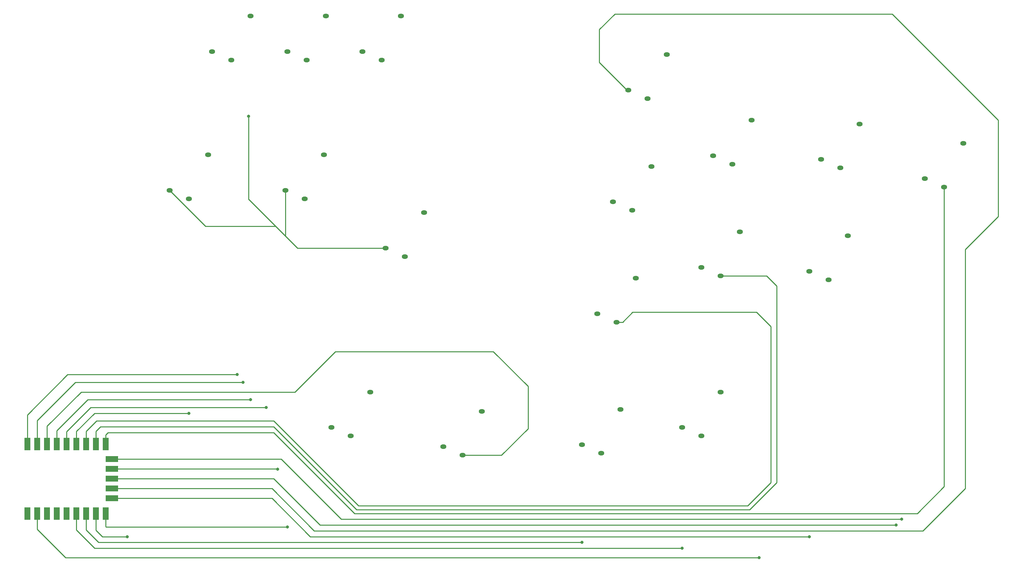
<source format=gbr>
%TF.GenerationSoftware,KiCad,Pcbnew,8.0.4*%
%TF.CreationDate,2024-08-31T11:22:34+09:00*%
%TF.ProjectId,nzx,6e7a782e-6b69-4636-9164-5f7063625858,rev?*%
%TF.SameCoordinates,Original*%
%TF.FileFunction,Copper,L1,Top*%
%TF.FilePolarity,Positive*%
%FSLAX46Y46*%
G04 Gerber Fmt 4.6, Leading zero omitted, Abs format (unit mm)*
G04 Created by KiCad (PCBNEW 8.0.4) date 2024-08-31 11:22:34*
%MOMM*%
%LPD*%
G01*
G04 APERTURE LIST*
%TA.AperFunction,SMDPad,CuDef*%
%ADD10R,1.600000X3.200000*%
%TD*%
%TA.AperFunction,SMDPad,CuDef*%
%ADD11R,3.200000X1.600000*%
%TD*%
%TA.AperFunction,ComponentPad*%
%ADD12O,1.600000X1.200000*%
%TD*%
%TA.AperFunction,ViaPad*%
%ADD13C,0.800000*%
%TD*%
%TA.AperFunction,Conductor*%
%ADD14C,0.250000*%
%TD*%
G04 APERTURE END LIST*
D10*
%TO.P,RZ1,1,GP0*%
%TO.N,Net-(RZ1-GP0)*%
X2565000Y-123000000D03*
%TO.P,RZ1,2,GP1*%
%TO.N,Net-(RZ1-GP1)*%
X5105000Y-123000000D03*
%TO.P,RZ1,3,GP2*%
%TO.N,Net-(RZ1-GP2)*%
X7645000Y-123000000D03*
%TO.P,RZ1,4,GP3*%
%TO.N,Net-(RZ1-GP3)*%
X10185000Y-123000000D03*
%TO.P,RZ1,5,GP4*%
%TO.N,Net-(RZ1-GP4)*%
X12725000Y-123000000D03*
%TO.P,RZ1,6,GP5*%
%TO.N,Net-(RZ1-GP5)*%
X15265000Y-123000000D03*
%TO.P,RZ1,7,GP6*%
%TO.N,Net-(RZ1-GP6)*%
X17805000Y-123000000D03*
%TO.P,RZ1,8,GP7*%
%TO.N,Net-(RZ1-GP7)*%
X20345000Y-123000000D03*
%TO.P,RZ1,9,GP8*%
%TO.N,Net-(RZ1-GP8)*%
X22885000Y-123000000D03*
D11*
%TO.P,RZ1,10,GP9*%
%TO.N,Net-(RZ1-GP9)*%
X24475000Y-126920000D03*
%TO.P,RZ1,11,GP10*%
%TO.N,Net-(RZ1-GP10)*%
X24475000Y-129460000D03*
%TO.P,RZ1,12,GP11*%
%TO.N,Net-(RZ1-GP11)*%
X24475000Y-132000000D03*
%TO.P,RZ1,13,GP12*%
%TO.N,Net-(RZ1-GP12)*%
X24475000Y-134540000D03*
%TO.P,RZ1,14,GP13*%
%TO.N,Net-(RZ1-GP13)*%
X24475000Y-137080000D03*
D10*
%TO.P,RZ1,15,GP14*%
%TO.N,Net-(RZ1-GP14)*%
X22885000Y-141000000D03*
%TO.P,RZ1,16,GP15*%
%TO.N,Net-(RZ1-GP15)*%
X20345000Y-141000000D03*
%TO.P,RZ1,17,GP26*%
%TO.N,Net-(RZ1-GP26)*%
X17805000Y-141000000D03*
%TO.P,RZ1,18,GP27*%
%TO.N,Net-(RZ1-GP27)*%
X15265000Y-141000000D03*
%TO.P,RZ1,19,GP28*%
%TO.N,unconnected-(RZ1-GP28-Pad19)*%
X12725000Y-141000000D03*
%TO.P,RZ1,20,GP29*%
%TO.N,unconnected-(RZ1-GP29-Pad20)*%
X10185000Y-141000000D03*
%TO.P,RZ1,21,3V3*%
%TO.N,unconnected-(RZ1-3V3-Pad21)*%
X7645000Y-141000000D03*
%TO.P,RZ1,22,5V*%
%TO.N,unconnected-(RZ1-5V-Pad22)*%
X2565000Y-141000000D03*
%TO.P,RZ1,23,GND*%
%TO.N,Net-(RZ1-GND)*%
X5105000Y-141000000D03*
%TD*%
D12*
%TO.P,B1(A)1,1,1*%
%TO.N,Net-(RZ1-GND)*%
X150500000Y-89200000D03*
%TO.P,B1(A)1,2,2*%
%TO.N,Net-(RZ1-GP6)*%
X155500000Y-91400000D03*
%TO.P,B1(A)1,MP*%
%TO.N,N/C*%
X160500000Y-80000000D03*
%TD*%
%TO.P,LEFT1,1,1*%
%TO.N,Net-(RZ1-GND)*%
X39500000Y-57200000D03*
%TO.P,LEFT1,2,2*%
%TO.N,Net-(RZ1-GP5)*%
X44500000Y-59400000D03*
%TO.P,LEFT1,MP*%
%TO.N,N/C*%
X49500000Y-48000000D03*
%TD*%
%TO.P,RIGHT1,1,1*%
%TO.N,Net-(RZ1-GND)*%
X95500000Y-72200000D03*
%TO.P,RIGHT1,2,2*%
%TO.N,Net-(RZ1-GP4)*%
X100500000Y-74400000D03*
%TO.P,RIGHT1,MP*%
%TO.N,N/C*%
X105500000Y-63000000D03*
%TD*%
%TO.P,L1(L)1,1,1*%
%TO.N,Net-(RZ1-GP13)*%
X205500000Y-78200000D03*
%TO.P,L1(L)1,2,2*%
%TO.N,Net-(RZ1-GND)*%
X210500000Y-80400000D03*
%TO.P,L1(L)1,MP*%
%TO.N,N/C*%
X215500000Y-69000000D03*
%TD*%
%TO.P,B2(B)1,1,1*%
%TO.N,Net-(RZ1-GND)*%
X177500000Y-77200000D03*
%TO.P,B2(B)1,2,2*%
%TO.N,Net-(RZ1-GP7)*%
X182500000Y-79400000D03*
%TO.P,B2(B)1,MP*%
%TO.N,N/C*%
X187500000Y-68000000D03*
%TD*%
%TO.P,S2(START)1,1,1*%
%TO.N,Net-(RZ1-GND)*%
X89500000Y-21200000D03*
%TO.P,S2(START)1,2,2*%
%TO.N,Net-(RZ1-GP1)*%
X94500000Y-23400000D03*
%TO.P,S2(START)1,MP*%
%TO.N,N/C*%
X99500000Y-12000000D03*
%TD*%
%TO.P,L2(LB)1,1,1*%
%TO.N,Net-(RZ1-GND)*%
X208510000Y-49200000D03*
%TO.P,L2(LB)1,2,2*%
%TO.N,Net-(RZ1-GP9)*%
X213510000Y-51400000D03*
%TO.P,L2(LB)1,MP*%
%TO.N,N/C*%
X218510000Y-40000000D03*
%TD*%
%TO.P,DOWN1,1,1*%
%TO.N,Net-(RZ1-GND)*%
X69500000Y-57200000D03*
%TO.P,DOWN1,2,2*%
%TO.N,Net-(RZ1-GP3)*%
X74500000Y-59400000D03*
%TO.P,DOWN1,MP*%
%TO.N,N/C*%
X79500000Y-48000000D03*
%TD*%
%TO.P,S1(BACK)1,1,1*%
%TO.N,Net-(RZ1-GND)*%
X70000000Y-21200000D03*
%TO.P,S1(BACK)1,2,2*%
%TO.N,Net-(RZ1-GP0)*%
X75000000Y-23400000D03*
%TO.P,S1(BACK)1,MP*%
%TO.N,N/C*%
X80000000Y-12000000D03*
%TD*%
%TO.P,A2(CAPTURE)1,1,1*%
%TO.N,Net-(RZ1-GP15)*%
X50500000Y-21200000D03*
%TO.P,A2(CAPTURE)1,2,2*%
%TO.N,Net-(RZ1-GND)*%
X55500000Y-23400000D03*
%TO.P,A2(CAPTURE)1,MP*%
%TO.N,N/C*%
X60500000Y-12000000D03*
%TD*%
%TO.P,B4(Y)1,1,1*%
%TO.N,Net-(RZ1-GP11)*%
X180500000Y-48200000D03*
%TO.P,B4(Y)1,2,2*%
%TO.N,Net-(RZ1-GND)*%
X185500000Y-50400000D03*
%TO.P,B4(Y)1,MP*%
%TO.N,N/C*%
X190500000Y-39000000D03*
%TD*%
%TO.P,UP1,1,1*%
%TO.N,Net-(RZ1-GND)*%
X110500000Y-123700000D03*
%TO.P,UP1,2,2*%
%TO.N,Net-(RZ1-GP2)*%
X115500000Y-125900000D03*
%TO.P,UP1,MP*%
%TO.N,N/C*%
X120500000Y-114500000D03*
%TD*%
%TO.P,R3(RS)1,1,1*%
%TO.N,Net-(RZ1-GP27)*%
X172500000Y-118700000D03*
%TO.P,R3(RS)1,2,2*%
%TO.N,Net-(RZ1-GND)*%
X177500000Y-120900000D03*
%TO.P,R3(RS)1,MP*%
%TO.N,N/C*%
X182500000Y-109500000D03*
%TD*%
%TO.P,R1(R)1,1,1*%
%TO.N,Net-(RZ1-GP12)*%
X158500000Y-31200000D03*
%TO.P,R1(R)1,2,2*%
%TO.N,Net-(RZ1-GND)*%
X163500000Y-33400000D03*
%TO.P,R1(R)1,MP*%
%TO.N,N/C*%
X168500000Y-22000000D03*
%TD*%
%TO.P,A1(GUIDE)1,1,1*%
%TO.N,Net-(RZ1-GP14)*%
X81500000Y-118700000D03*
%TO.P,A1(GUIDE)1,2,2*%
%TO.N,Net-(RZ1-GND)*%
X86500000Y-120900000D03*
%TO.P,A1(GUIDE)1,MP*%
%TO.N,N/C*%
X91500000Y-109500000D03*
%TD*%
%TO.P,L3(LS)1,1,1*%
%TO.N,Net-(RZ1-GP26)*%
X146500000Y-123200000D03*
%TO.P,L3(LS)1,2,2*%
%TO.N,Net-(RZ1-GND)*%
X151500000Y-125400000D03*
%TO.P,L3(LS)1,MP*%
%TO.N,N/C*%
X156500000Y-114000000D03*
%TD*%
%TO.P,R2(RB)1,1,1*%
%TO.N,Net-(RZ1-GND)*%
X235500000Y-54200000D03*
%TO.P,R2(RB)1,2,2*%
%TO.N,Net-(RZ1-GP8)*%
X240500000Y-56400000D03*
%TO.P,R2(RB)1,MP*%
%TO.N,N/C*%
X245500000Y-45000000D03*
%TD*%
%TO.P,B3(X)1,1,1*%
%TO.N,Net-(RZ1-GP10)*%
X154500000Y-60200000D03*
%TO.P,B3(X)1,2,2*%
%TO.N,Net-(RZ1-GND)*%
X159500000Y-62400000D03*
%TO.P,B3(X)1,MP*%
%TO.N,N/C*%
X164500000Y-51000000D03*
%TD*%
D13*
%TO.N,Net-(RZ1-GP0)*%
X57000000Y-105000000D03*
%TO.N,Net-(RZ1-GP14)*%
X70000000Y-144500000D03*
%TO.N,Net-(RZ1-GND)*%
X192500000Y-152500000D03*
X60000000Y-38000000D03*
%TO.N,Net-(RZ1-GP15)*%
X28500000Y-147000000D03*
%TO.N,Net-(RZ1-GP10)*%
X67500000Y-129500000D03*
%TO.N,Net-(RZ1-GP11)*%
X228000000Y-144000000D03*
%TO.N,Net-(RZ1-GP3)*%
X60500000Y-111500000D03*
%TO.N,Net-(RZ1-GP13)*%
X205500000Y-147000000D03*
%TO.N,Net-(RZ1-GP9)*%
X229500000Y-142500000D03*
%TO.N,Net-(RZ1-GP26)*%
X146500000Y-148500000D03*
%TO.N,Net-(RZ1-GP5)*%
X44500000Y-115000000D03*
%TO.N,Net-(RZ1-GP27)*%
X172500000Y-150000000D03*
%TO.N,Net-(RZ1-GP4)*%
X64500000Y-113500000D03*
%TO.N,Net-(RZ1-GP1)*%
X58500000Y-107000000D03*
%TD*%
D14*
%TO.N,Net-(RZ1-GP0)*%
X57000000Y-105000000D02*
X13000000Y-105000000D01*
X2565000Y-115435000D02*
X2565000Y-123000000D01*
X13000000Y-105000000D02*
X2565000Y-115435000D01*
%TO.N,Net-(RZ1-GP14)*%
X22885000Y-144385000D02*
X22885000Y-141000000D01*
X23000000Y-144500000D02*
X22885000Y-144385000D01*
X70000000Y-144500000D02*
X23000000Y-144500000D01*
%TO.N,Net-(RZ1-GND)*%
X192500000Y-152500000D02*
X12500000Y-152500000D01*
X39500000Y-57200000D02*
X48800000Y-66500000D01*
X69500000Y-57200000D02*
X69500000Y-69000000D01*
X60000000Y-59550000D02*
X60050000Y-59550000D01*
X5105000Y-145105000D02*
X5105000Y-141000000D01*
X48800000Y-66500000D02*
X67000000Y-66500000D01*
X67000000Y-66500000D02*
X72700000Y-72200000D01*
X60050000Y-59550000D02*
X67000000Y-66500000D01*
X60000000Y-59550000D02*
X60000000Y-38000000D01*
X12500000Y-152500000D02*
X5105000Y-145105000D01*
X72700000Y-72200000D02*
X95500000Y-72200000D01*
%TO.N,Net-(RZ1-GP15)*%
X28500000Y-147000000D02*
X22000000Y-147000000D01*
X22000000Y-147000000D02*
X20345000Y-145345000D01*
X20345000Y-145345000D02*
X20345000Y-141000000D01*
%TO.N,Net-(RZ1-GP6)*%
X17805000Y-119695000D02*
X20500000Y-117000000D01*
X195500000Y-133000000D02*
X195500000Y-92500000D01*
X189500000Y-139000000D02*
X195500000Y-133000000D01*
X157030000Y-91400000D02*
X155500000Y-91400000D01*
X88500000Y-139000000D02*
X189500000Y-139000000D01*
X191800000Y-88800000D02*
X159630000Y-88800000D01*
X20500000Y-117000000D02*
X66500000Y-117000000D01*
X159630000Y-88800000D02*
X157030000Y-91400000D01*
X17805000Y-123000000D02*
X17805000Y-119695000D01*
X195500000Y-92500000D02*
X191800000Y-88800000D01*
X66500000Y-117000000D02*
X88500000Y-139000000D01*
%TO.N,Net-(RZ1-GP7)*%
X190000000Y-140000000D02*
X197000000Y-133000000D01*
X20345000Y-123000000D02*
X20345000Y-119655000D01*
X88000000Y-140000000D02*
X190000000Y-140000000D01*
X20345000Y-119655000D02*
X21500000Y-118500000D01*
X21500000Y-118500000D02*
X66500000Y-118500000D01*
X197000000Y-82000000D02*
X194400000Y-79400000D01*
X66500000Y-118500000D02*
X88000000Y-140000000D01*
X194400000Y-79400000D02*
X182500000Y-79400000D01*
X197000000Y-133000000D02*
X197000000Y-82000000D01*
%TO.N,Net-(RZ1-GP10)*%
X24475000Y-129460000D02*
X67460000Y-129460000D01*
X67460000Y-129460000D02*
X67500000Y-129500000D01*
%TO.N,Net-(RZ1-GP11)*%
X78500000Y-144000000D02*
X66500000Y-132000000D01*
X228000000Y-144000000D02*
X78500000Y-144000000D01*
X66500000Y-132000000D02*
X24475000Y-132000000D01*
%TO.N,Net-(RZ1-GP3)*%
X18250000Y-111500000D02*
X10185000Y-119565000D01*
X10185000Y-119565000D02*
X10185000Y-123000000D01*
X60500000Y-111500000D02*
X18250000Y-111500000D01*
%TO.N,Net-(RZ1-GP13)*%
X76000000Y-147000000D02*
X66080000Y-137080000D01*
X66080000Y-137080000D02*
X24475000Y-137080000D01*
X205500000Y-147000000D02*
X76000000Y-147000000D01*
%TO.N,Net-(RZ1-GP9)*%
X68420000Y-126920000D02*
X24475000Y-126920000D01*
X229500000Y-142500000D02*
X84000000Y-142500000D01*
X84000000Y-142500000D02*
X68420000Y-126920000D01*
%TO.N,Net-(RZ1-GP26)*%
X146500000Y-148500000D02*
X21000000Y-148500000D01*
X17805000Y-145305000D02*
X17805000Y-141000000D01*
X21000000Y-148500000D02*
X17805000Y-145305000D01*
%TO.N,Net-(RZ1-GP5)*%
X44500000Y-115000000D02*
X20000000Y-115000000D01*
X20000000Y-115000000D02*
X15265000Y-119735000D01*
X15265000Y-119735000D02*
X15265000Y-123000000D01*
%TO.N,Net-(RZ1-GP12)*%
X158200000Y-31200000D02*
X158500000Y-31200000D01*
X227000000Y-11500000D02*
X155000000Y-11500000D01*
X66040000Y-134540000D02*
X77000000Y-145500000D01*
X235000000Y-145500000D02*
X246000000Y-134500000D01*
X77000000Y-145500000D02*
X235000000Y-145500000D01*
X246000000Y-72500000D02*
X254500000Y-64000000D01*
X151000000Y-15500000D02*
X151000000Y-24000000D01*
X155000000Y-11500000D02*
X151000000Y-15500000D01*
X246000000Y-134500000D02*
X246000000Y-72500000D01*
X151000000Y-24000000D02*
X158200000Y-31200000D01*
X254500000Y-39000000D02*
X227000000Y-11500000D01*
X254500000Y-64000000D02*
X254500000Y-39000000D01*
X24475000Y-134540000D02*
X66040000Y-134540000D01*
%TO.N,Net-(RZ1-GP8)*%
X240500000Y-134000000D02*
X240500000Y-56400000D01*
X23500000Y-120000000D02*
X66500000Y-120000000D01*
X233500000Y-141000000D02*
X240500000Y-134000000D01*
X22885000Y-120615000D02*
X23500000Y-120000000D01*
X66500000Y-120000000D02*
X87500000Y-141000000D01*
X87500000Y-141000000D02*
X233500000Y-141000000D01*
X22885000Y-123000000D02*
X22885000Y-120615000D01*
%TO.N,Net-(RZ1-GP27)*%
X20000000Y-150000000D02*
X15265000Y-145265000D01*
X172500000Y-150000000D02*
X20000000Y-150000000D01*
X15265000Y-145265000D02*
X15265000Y-141000000D01*
%TO.N,Net-(RZ1-GP4)*%
X19000000Y-113500000D02*
X12725000Y-119775000D01*
X64500000Y-113500000D02*
X19000000Y-113500000D01*
X12725000Y-119775000D02*
X12725000Y-123000000D01*
%TO.N,Net-(RZ1-GP1)*%
X58500000Y-107000000D02*
X15000000Y-107000000D01*
X5105000Y-116895000D02*
X5105000Y-123000000D01*
X15000000Y-107000000D02*
X5105000Y-116895000D01*
%TO.N,Net-(RZ1-GP2)*%
X132500000Y-119000000D02*
X125600000Y-125900000D01*
X72000000Y-109500000D02*
X82500000Y-99000000D01*
X7645000Y-118355000D02*
X16500000Y-109500000D01*
X125600000Y-125900000D02*
X115500000Y-125900000D01*
X132500000Y-108000000D02*
X132500000Y-119000000D01*
X82500000Y-99000000D02*
X123500000Y-99000000D01*
X123500000Y-99000000D02*
X132500000Y-108000000D01*
X7645000Y-123000000D02*
X7645000Y-118355000D01*
X16500000Y-109500000D02*
X72000000Y-109500000D01*
%TD*%
M02*

</source>
